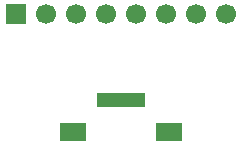
<source format=gbr>
%TF.GenerationSoftware,Novarm,DipTrace,3.3.0.1*%
%TF.CreationDate,2018-11-14T10:23:35-08:00*%
%FSLAX26Y26*%
%MOIN*%
%TF.FileFunction,Soldermask,Top*%
%TF.Part,Single*%
%ADD20C,0.066935*%
%ADD22R,0.066935X0.066935*%
%ADD24R,0.08662X0.059061*%
%ADD26R,0.019691X0.04725*%
G75*
G01*
%LPD*%
D26*
X749951Y568700D3*
X769636D3*
X789321D3*
X809006D3*
X828691D3*
X848376D3*
X868061D3*
X887746D3*
D24*
X659399Y462401D3*
X978297D3*
D22*
X468700Y856200D3*
D20*
X568700D3*
X668700D3*
X768700D3*
X868700D3*
X968700D3*
X1068700D3*
X1168700D3*
M02*

</source>
